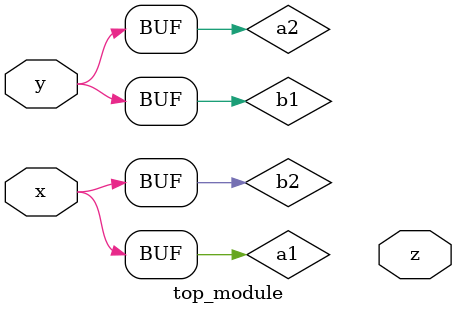
<source format=sv>
module top_module(
    input x,
    input y,
    output z
);

wire a1, b1, a2, b2, a3, b3;

// First gate
assign a1 = x;
assign b1 = y;
and(a1, b1, a3);

// Second gate
assign a2 = y;
assign b2 = x;
and(a2, b2, b3);

// Third gate
assign a3 = a3;
assign b3 = b3;
or(a3, b3, z);

endmodule

</source>
